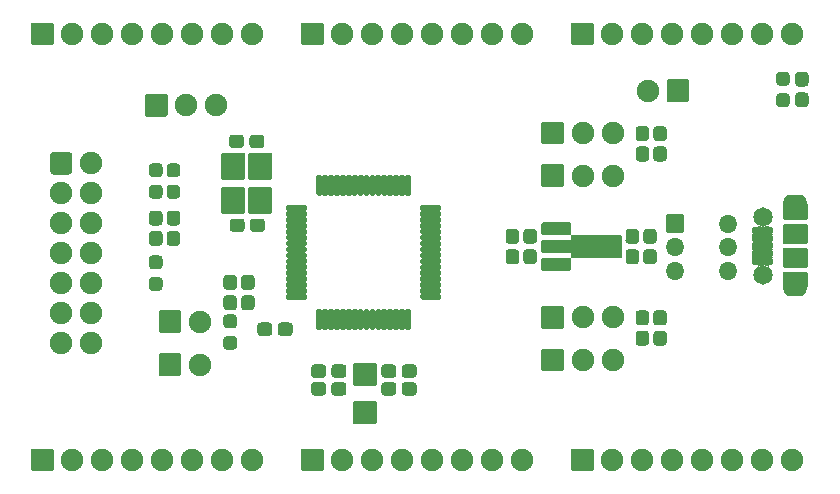
<source format=gts>
G04 #@! TF.GenerationSoftware,KiCad,Pcbnew,(5.1.10)-1*
G04 #@! TF.CreationDate,2021-08-01T20:36:26+02:00*
G04 #@! TF.ProjectId,Msp-Board,4d73702d-426f-4617-9264-2e6b69636164,rev?*
G04 #@! TF.SameCoordinates,Original*
G04 #@! TF.FileFunction,Soldermask,Top*
G04 #@! TF.FilePolarity,Negative*
%FSLAX46Y46*%
G04 Gerber Fmt 4.6, Leading zero omitted, Abs format (unit mm)*
G04 Created by KiCad (PCBNEW (5.1.10)-1) date 2021-08-01 20:36:26*
%MOMM*%
%LPD*%
G01*
G04 APERTURE LIST*
%ADD10O,1.550000X1.550000*%
%ADD11O,1.900000X1.900000*%
%ADD12C,1.650000*%
%ADD13O,2.100000X1.400000*%
%ADD14C,0.100000*%
%ADD15C,1.900000*%
G04 APERTURE END LIST*
G36*
G01*
X129350000Y-95050000D02*
X131150000Y-95050000D01*
G75*
G02*
X131250000Y-95150000I0J-100000D01*
G01*
X131250000Y-97250000D01*
G75*
G02*
X131150000Y-97350000I-100000J0D01*
G01*
X129350000Y-97350000D01*
G75*
G02*
X129250000Y-97250000I0J100000D01*
G01*
X129250000Y-95150000D01*
G75*
G02*
X129350000Y-95050000I100000J0D01*
G01*
G37*
G36*
G01*
X129350000Y-97950000D02*
X131150000Y-97950000D01*
G75*
G02*
X131250000Y-98050000I0J-100000D01*
G01*
X131250000Y-100150000D01*
G75*
G02*
X131150000Y-100250000I-100000J0D01*
G01*
X129350000Y-100250000D01*
G75*
G02*
X129250000Y-100150000I0J100000D01*
G01*
X129250000Y-98050000D01*
G75*
G02*
X129350000Y-97950000I100000J0D01*
G01*
G37*
G36*
G01*
X127050000Y-97950000D02*
X128850000Y-97950000D01*
G75*
G02*
X128950000Y-98050000I0J-100000D01*
G01*
X128950000Y-100150000D01*
G75*
G02*
X128850000Y-100250000I-100000J0D01*
G01*
X127050000Y-100250000D01*
G75*
G02*
X126950000Y-100150000I0J100000D01*
G01*
X126950000Y-98050000D01*
G75*
G02*
X127050000Y-97950000I100000J0D01*
G01*
G37*
G36*
G01*
X127050000Y-95050000D02*
X128850000Y-95050000D01*
G75*
G02*
X128950000Y-95150000I0J-100000D01*
G01*
X128950000Y-97250000D01*
G75*
G02*
X128850000Y-97350000I-100000J0D01*
G01*
X127050000Y-97350000D01*
G75*
G02*
X126950000Y-97250000I0J100000D01*
G01*
X126950000Y-95150000D01*
G75*
G02*
X127050000Y-95050000I100000J0D01*
G01*
G37*
D10*
X169850000Y-105050000D03*
X169850000Y-103050000D03*
X169850000Y-101050000D03*
G36*
G01*
X164575000Y-101725000D02*
X164575000Y-100375000D01*
G75*
G02*
X164675000Y-100275000I100000J0D01*
G01*
X166025000Y-100275000D01*
G75*
G02*
X166125000Y-100375000I0J-100000D01*
G01*
X166125000Y-101725000D01*
G75*
G02*
X166025000Y-101825000I-100000J0D01*
G01*
X164675000Y-101825000D01*
G75*
G02*
X164575000Y-101725000I0J100000D01*
G01*
G37*
X165350000Y-103050000D03*
X165350000Y-105050000D03*
D11*
X125140000Y-113000000D03*
G36*
G01*
X123450000Y-113950000D02*
X121750000Y-113950000D01*
G75*
G02*
X121650000Y-113850000I0J100000D01*
G01*
X121650000Y-112150000D01*
G75*
G02*
X121750000Y-112050000I100000J0D01*
G01*
X123450000Y-112050000D01*
G75*
G02*
X123550000Y-112150000I0J-100000D01*
G01*
X123550000Y-113850000D01*
G75*
G02*
X123450000Y-113950000I-100000J0D01*
G01*
G37*
X125140000Y-109350000D03*
G36*
G01*
X123450000Y-110300000D02*
X121750000Y-110300000D01*
G75*
G02*
X121650000Y-110200000I0J100000D01*
G01*
X121650000Y-108500000D01*
G75*
G02*
X121750000Y-108400000I100000J0D01*
G01*
X123450000Y-108400000D01*
G75*
G02*
X123550000Y-108500000I0J-100000D01*
G01*
X123550000Y-110200000D01*
G75*
G02*
X123450000Y-110300000I-100000J0D01*
G01*
G37*
G36*
G01*
X142225000Y-115337500D02*
X142225000Y-114762500D01*
G75*
G02*
X142512500Y-114475000I287500J0D01*
G01*
X143212500Y-114475000D01*
G75*
G02*
X143500000Y-114762500I0J-287500D01*
G01*
X143500000Y-115337500D01*
G75*
G02*
X143212500Y-115625000I-287500J0D01*
G01*
X142512500Y-115625000D01*
G75*
G02*
X142225000Y-115337500I0J287500D01*
G01*
G37*
G36*
G01*
X140500000Y-115337500D02*
X140500000Y-114762500D01*
G75*
G02*
X140787500Y-114475000I287500J0D01*
G01*
X141487500Y-114475000D01*
G75*
G02*
X141775000Y-114762500I0J-287500D01*
G01*
X141775000Y-115337500D01*
G75*
G02*
X141487500Y-115625000I-287500J0D01*
G01*
X140787500Y-115625000D01*
G75*
G02*
X140500000Y-115337500I0J287500D01*
G01*
G37*
G36*
G01*
X135825000Y-113262500D02*
X135825000Y-113837500D01*
G75*
G02*
X135537500Y-114125000I-287500J0D01*
G01*
X134837500Y-114125000D01*
G75*
G02*
X134550000Y-113837500I0J287500D01*
G01*
X134550000Y-113262500D01*
G75*
G02*
X134837500Y-112975000I287500J0D01*
G01*
X135537500Y-112975000D01*
G75*
G02*
X135825000Y-113262500I0J-287500D01*
G01*
G37*
G36*
G01*
X137550000Y-113262500D02*
X137550000Y-113837500D01*
G75*
G02*
X137262500Y-114125000I-287500J0D01*
G01*
X136562500Y-114125000D01*
G75*
G02*
X136275000Y-113837500I0J287500D01*
G01*
X136275000Y-113262500D01*
G75*
G02*
X136562500Y-112975000I287500J0D01*
G01*
X137262500Y-112975000D01*
G75*
G02*
X137550000Y-113262500I0J-287500D01*
G01*
G37*
G36*
G01*
X135825000Y-114762500D02*
X135825000Y-115337500D01*
G75*
G02*
X135537500Y-115625000I-287500J0D01*
G01*
X134837500Y-115625000D01*
G75*
G02*
X134550000Y-115337500I0J287500D01*
G01*
X134550000Y-114762500D01*
G75*
G02*
X134837500Y-114475000I287500J0D01*
G01*
X135537500Y-114475000D01*
G75*
G02*
X135825000Y-114762500I0J-287500D01*
G01*
G37*
G36*
G01*
X137550000Y-114762500D02*
X137550000Y-115337500D01*
G75*
G02*
X137262500Y-115625000I-287500J0D01*
G01*
X136562500Y-115625000D01*
G75*
G02*
X136275000Y-115337500I0J287500D01*
G01*
X136275000Y-114762500D01*
G75*
G02*
X136562500Y-114475000I287500J0D01*
G01*
X137262500Y-114475000D01*
G75*
G02*
X137550000Y-114762500I0J-287500D01*
G01*
G37*
G36*
G01*
X176497500Y-102800000D02*
X174597500Y-102800000D01*
G75*
G02*
X174497500Y-102700000I0J100000D01*
G01*
X174497500Y-101200000D01*
G75*
G02*
X174597500Y-101100000I100000J0D01*
G01*
X176497500Y-101100000D01*
G75*
G02*
X176597500Y-101200000I0J-100000D01*
G01*
X176597500Y-102700000D01*
G75*
G02*
X176497500Y-102800000I-100000J0D01*
G01*
G37*
D12*
X172847500Y-105400000D03*
G36*
G01*
X173535000Y-103900000D02*
X171985000Y-103900000D01*
G75*
G02*
X171885000Y-103800000I0J100000D01*
G01*
X171885000Y-103400000D01*
G75*
G02*
X171985000Y-103300000I100000J0D01*
G01*
X173535000Y-103300000D01*
G75*
G02*
X173635000Y-103400000I0J-100000D01*
G01*
X173635000Y-103800000D01*
G75*
G02*
X173535000Y-103900000I-100000J0D01*
G01*
G37*
G36*
G01*
X173535000Y-104550000D02*
X171985000Y-104550000D01*
G75*
G02*
X171885000Y-104450000I0J100000D01*
G01*
X171885000Y-104050000D01*
G75*
G02*
X171985000Y-103950000I100000J0D01*
G01*
X173535000Y-103950000D01*
G75*
G02*
X173635000Y-104050000I0J-100000D01*
G01*
X173635000Y-104450000D01*
G75*
G02*
X173535000Y-104550000I-100000J0D01*
G01*
G37*
G36*
G01*
X173535000Y-101950000D02*
X171985000Y-101950000D01*
G75*
G02*
X171885000Y-101850000I0J100000D01*
G01*
X171885000Y-101450000D01*
G75*
G02*
X171985000Y-101350000I100000J0D01*
G01*
X173535000Y-101350000D01*
G75*
G02*
X173635000Y-101450000I0J-100000D01*
G01*
X173635000Y-101850000D01*
G75*
G02*
X173535000Y-101950000I-100000J0D01*
G01*
G37*
G36*
G01*
X173535000Y-102600000D02*
X171985000Y-102600000D01*
G75*
G02*
X171885000Y-102500000I0J100000D01*
G01*
X171885000Y-102100000D01*
G75*
G02*
X171985000Y-102000000I100000J0D01*
G01*
X173535000Y-102000000D01*
G75*
G02*
X173635000Y-102100000I0J-100000D01*
G01*
X173635000Y-102500000D01*
G75*
G02*
X173535000Y-102600000I-100000J0D01*
G01*
G37*
G36*
G01*
X173535000Y-103250000D02*
X171985000Y-103250000D01*
G75*
G02*
X171885000Y-103150000I0J100000D01*
G01*
X171885000Y-102750000D01*
G75*
G02*
X171985000Y-102650000I100000J0D01*
G01*
X173535000Y-102650000D01*
G75*
G02*
X173635000Y-102750000I0J-100000D01*
G01*
X173635000Y-103150000D01*
G75*
G02*
X173535000Y-103250000I-100000J0D01*
G01*
G37*
X172847500Y-100500000D03*
G36*
G01*
X176497500Y-104800000D02*
X174597500Y-104800000D01*
G75*
G02*
X174497500Y-104700000I0J100000D01*
G01*
X174497500Y-103200000D01*
G75*
G02*
X174597500Y-103100000I100000J0D01*
G01*
X176497500Y-103100000D01*
G75*
G02*
X176597500Y-103200000I0J-100000D01*
G01*
X176597500Y-104700000D01*
G75*
G02*
X176497500Y-104800000I-100000J0D01*
G01*
G37*
D13*
X175547500Y-106550000D03*
X175547500Y-99350000D03*
G36*
G01*
X176497500Y-100750000D02*
X174597500Y-100750000D01*
G75*
G02*
X174497500Y-100650000I0J100000D01*
G01*
X174497500Y-99450000D01*
G75*
G02*
X174597500Y-99350000I100000J0D01*
G01*
X176497500Y-99350000D01*
G75*
G02*
X176597500Y-99450000I0J-100000D01*
G01*
X176597500Y-100650000D01*
G75*
G02*
X176497500Y-100750000I-100000J0D01*
G01*
G37*
G36*
G01*
X176497500Y-106550000D02*
X174597500Y-106550000D01*
G75*
G02*
X174497500Y-106450000I0J100000D01*
G01*
X174497500Y-105250000D01*
G75*
G02*
X174597500Y-105150000I100000J0D01*
G01*
X176497500Y-105150000D01*
G75*
G02*
X176597500Y-105250000I0J-100000D01*
G01*
X176597500Y-106450000D01*
G75*
G02*
X176497500Y-106550000I-100000J0D01*
G01*
G37*
G36*
G01*
X174212500Y-90025000D02*
X174787500Y-90025000D01*
G75*
G02*
X175075000Y-90312500I0J-287500D01*
G01*
X175075000Y-90912500D01*
G75*
G02*
X174787500Y-91200000I-287500J0D01*
G01*
X174212500Y-91200000D01*
G75*
G02*
X173925000Y-90912500I0J287500D01*
G01*
X173925000Y-90312500D01*
G75*
G02*
X174212500Y-90025000I287500J0D01*
G01*
G37*
G36*
G01*
X174212500Y-88200000D02*
X174787500Y-88200000D01*
G75*
G02*
X175075000Y-88487500I0J-287500D01*
G01*
X175075000Y-89087500D01*
G75*
G02*
X174787500Y-89375000I-287500J0D01*
G01*
X174212500Y-89375000D01*
G75*
G02*
X173925000Y-89087500I0J287500D01*
G01*
X173925000Y-88487500D01*
G75*
G02*
X174212500Y-88200000I287500J0D01*
G01*
G37*
D11*
X163060000Y-89800000D03*
G36*
G01*
X164750000Y-88850000D02*
X166450000Y-88850000D01*
G75*
G02*
X166550000Y-88950000I0J-100000D01*
G01*
X166550000Y-90650000D01*
G75*
G02*
X166450000Y-90750000I-100000J0D01*
G01*
X164750000Y-90750000D01*
G75*
G02*
X164650000Y-90650000I0J100000D01*
G01*
X164650000Y-88950000D01*
G75*
G02*
X164750000Y-88850000I100000J0D01*
G01*
G37*
G36*
G01*
X175812500Y-89950000D02*
X176387500Y-89950000D01*
G75*
G02*
X176675000Y-90237500I0J-287500D01*
G01*
X176675000Y-90912500D01*
G75*
G02*
X176387500Y-91200000I-287500J0D01*
G01*
X175812500Y-91200000D01*
G75*
G02*
X175525000Y-90912500I0J287500D01*
G01*
X175525000Y-90237500D01*
G75*
G02*
X175812500Y-89950000I287500J0D01*
G01*
G37*
G36*
G01*
X175812500Y-88200000D02*
X176387500Y-88200000D01*
G75*
G02*
X176675000Y-88487500I0J-287500D01*
G01*
X176675000Y-89162500D01*
G75*
G02*
X176387500Y-89450000I-287500J0D01*
G01*
X175812500Y-89450000D01*
G75*
G02*
X175525000Y-89162500I0J287500D01*
G01*
X175525000Y-88487500D01*
G75*
G02*
X175812500Y-88200000I287500J0D01*
G01*
G37*
X160080000Y-109000000D03*
X157540000Y-109000000D03*
G36*
G01*
X155850000Y-109950000D02*
X154150000Y-109950000D01*
G75*
G02*
X154050000Y-109850000I0J100000D01*
G01*
X154050000Y-108150000D01*
G75*
G02*
X154150000Y-108050000I100000J0D01*
G01*
X155850000Y-108050000D01*
G75*
G02*
X155950000Y-108150000I0J-100000D01*
G01*
X155950000Y-109850000D01*
G75*
G02*
X155850000Y-109950000I-100000J0D01*
G01*
G37*
G36*
G01*
X162312500Y-94525000D02*
X162887500Y-94525000D01*
G75*
G02*
X163175000Y-94812500I0J-287500D01*
G01*
X163175000Y-95512500D01*
G75*
G02*
X162887500Y-95800000I-287500J0D01*
G01*
X162312500Y-95800000D01*
G75*
G02*
X162025000Y-95512500I0J287500D01*
G01*
X162025000Y-94812500D01*
G75*
G02*
X162312500Y-94525000I287500J0D01*
G01*
G37*
G36*
G01*
X162312500Y-92800000D02*
X162887500Y-92800000D01*
G75*
G02*
X163175000Y-93087500I0J-287500D01*
G01*
X163175000Y-93787500D01*
G75*
G02*
X162887500Y-94075000I-287500J0D01*
G01*
X162312500Y-94075000D01*
G75*
G02*
X162025000Y-93787500I0J287500D01*
G01*
X162025000Y-93087500D01*
G75*
G02*
X162312500Y-92800000I287500J0D01*
G01*
G37*
G36*
G01*
X162312500Y-110125000D02*
X162887500Y-110125000D01*
G75*
G02*
X163175000Y-110412500I0J-287500D01*
G01*
X163175000Y-111112500D01*
G75*
G02*
X162887500Y-111400000I-287500J0D01*
G01*
X162312500Y-111400000D01*
G75*
G02*
X162025000Y-111112500I0J287500D01*
G01*
X162025000Y-110412500D01*
G75*
G02*
X162312500Y-110125000I287500J0D01*
G01*
G37*
G36*
G01*
X162312500Y-108400000D02*
X162887500Y-108400000D01*
G75*
G02*
X163175000Y-108687500I0J-287500D01*
G01*
X163175000Y-109387500D01*
G75*
G02*
X162887500Y-109675000I-287500J0D01*
G01*
X162312500Y-109675000D01*
G75*
G02*
X162025000Y-109387500I0J287500D01*
G01*
X162025000Y-108687500D01*
G75*
G02*
X162312500Y-108400000I287500J0D01*
G01*
G37*
G36*
G01*
X163812500Y-94525000D02*
X164387500Y-94525000D01*
G75*
G02*
X164675000Y-94812500I0J-287500D01*
G01*
X164675000Y-95512500D01*
G75*
G02*
X164387500Y-95800000I-287500J0D01*
G01*
X163812500Y-95800000D01*
G75*
G02*
X163525000Y-95512500I0J287500D01*
G01*
X163525000Y-94812500D01*
G75*
G02*
X163812500Y-94525000I287500J0D01*
G01*
G37*
G36*
G01*
X163812500Y-92800000D02*
X164387500Y-92800000D01*
G75*
G02*
X164675000Y-93087500I0J-287500D01*
G01*
X164675000Y-93787500D01*
G75*
G02*
X164387500Y-94075000I-287500J0D01*
G01*
X163812500Y-94075000D01*
G75*
G02*
X163525000Y-93787500I0J287500D01*
G01*
X163525000Y-93087500D01*
G75*
G02*
X163812500Y-92800000I287500J0D01*
G01*
G37*
G36*
G01*
X163812500Y-110125000D02*
X164387500Y-110125000D01*
G75*
G02*
X164675000Y-110412500I0J-287500D01*
G01*
X164675000Y-111112500D01*
G75*
G02*
X164387500Y-111400000I-287500J0D01*
G01*
X163812500Y-111400000D01*
G75*
G02*
X163525000Y-111112500I0J287500D01*
G01*
X163525000Y-110412500D01*
G75*
G02*
X163812500Y-110125000I287500J0D01*
G01*
G37*
G36*
G01*
X163812500Y-108400000D02*
X164387500Y-108400000D01*
G75*
G02*
X164675000Y-108687500I0J-287500D01*
G01*
X164675000Y-109387500D01*
G75*
G02*
X164387500Y-109675000I-287500J0D01*
G01*
X163812500Y-109675000D01*
G75*
G02*
X163525000Y-109387500I0J287500D01*
G01*
X163525000Y-108687500D01*
G75*
G02*
X163812500Y-108400000I287500J0D01*
G01*
G37*
X160080000Y-112600000D03*
X157540000Y-112600000D03*
G36*
G01*
X155850000Y-113550000D02*
X154150000Y-113550000D01*
G75*
G02*
X154050000Y-113450000I0J100000D01*
G01*
X154050000Y-111750000D01*
G75*
G02*
X154150000Y-111650000I100000J0D01*
G01*
X155850000Y-111650000D01*
G75*
G02*
X155950000Y-111750000I0J-100000D01*
G01*
X155950000Y-113450000D01*
G75*
G02*
X155850000Y-113550000I-100000J0D01*
G01*
G37*
X160080000Y-97000000D03*
X157540000Y-97000000D03*
G36*
G01*
X155850000Y-97950000D02*
X154150000Y-97950000D01*
G75*
G02*
X154050000Y-97850000I0J100000D01*
G01*
X154050000Y-96150000D01*
G75*
G02*
X154150000Y-96050000I100000J0D01*
G01*
X155850000Y-96050000D01*
G75*
G02*
X155950000Y-96150000I0J-100000D01*
G01*
X155950000Y-97850000D01*
G75*
G02*
X155850000Y-97950000I-100000J0D01*
G01*
G37*
X160080000Y-93400000D03*
X157540000Y-93400000D03*
G36*
G01*
X155850000Y-94350000D02*
X154150000Y-94350000D01*
G75*
G02*
X154050000Y-94250000I0J100000D01*
G01*
X154050000Y-92550000D01*
G75*
G02*
X154150000Y-92450000I100000J0D01*
G01*
X155850000Y-92450000D01*
G75*
G02*
X155950000Y-92550000I0J-100000D01*
G01*
X155950000Y-94250000D01*
G75*
G02*
X155850000Y-94350000I-100000J0D01*
G01*
G37*
D14*
G36*
X160782009Y-102035421D02*
G01*
X160800768Y-102041112D01*
X160818057Y-102050353D01*
X160833211Y-102062789D01*
X160845647Y-102077943D01*
X160854888Y-102095232D01*
X160860579Y-102113991D01*
X160862500Y-102133500D01*
X160862500Y-103866500D01*
X160860579Y-103886009D01*
X160854888Y-103904768D01*
X160845647Y-103922057D01*
X160833211Y-103937211D01*
X160818057Y-103949647D01*
X160800768Y-103958888D01*
X160782009Y-103964579D01*
X160762500Y-103966500D01*
X156637500Y-103966500D01*
X156617991Y-103964579D01*
X156599232Y-103958888D01*
X156581943Y-103949647D01*
X156566789Y-103937211D01*
X156554353Y-103922057D01*
X156545112Y-103904768D01*
X156539421Y-103886009D01*
X156537500Y-103866500D01*
X156537500Y-103550000D01*
X154162500Y-103550000D01*
X154142991Y-103548079D01*
X154124232Y-103542388D01*
X154106943Y-103533147D01*
X154091789Y-103520711D01*
X154079353Y-103505557D01*
X154070112Y-103488268D01*
X154064421Y-103469509D01*
X154062500Y-103450000D01*
X154062500Y-102550000D01*
X154064421Y-102530491D01*
X154070112Y-102511732D01*
X154079353Y-102494443D01*
X154091789Y-102479289D01*
X154106943Y-102466853D01*
X154124232Y-102457612D01*
X154142991Y-102451921D01*
X154162500Y-102450000D01*
X156537500Y-102450000D01*
X156537500Y-102133500D01*
X156539421Y-102113991D01*
X156545112Y-102095232D01*
X156554353Y-102077943D01*
X156566789Y-102062789D01*
X156581943Y-102050353D01*
X156599232Y-102041112D01*
X156617991Y-102035421D01*
X156637500Y-102033500D01*
X160762500Y-102033500D01*
X160782009Y-102035421D01*
G37*
G36*
G01*
X154062500Y-104950000D02*
X154062500Y-104050000D01*
G75*
G02*
X154162500Y-103950000I100000J0D01*
G01*
X156462500Y-103950000D01*
G75*
G02*
X156562500Y-104050000I0J-100000D01*
G01*
X156562500Y-104950000D01*
G75*
G02*
X156462500Y-105050000I-100000J0D01*
G01*
X154162500Y-105050000D01*
G75*
G02*
X154062500Y-104950000I0J100000D01*
G01*
G37*
G36*
G01*
X154062500Y-101950000D02*
X154062500Y-101050000D01*
G75*
G02*
X154162500Y-100950000I100000J0D01*
G01*
X156462500Y-100950000D01*
G75*
G02*
X156562500Y-101050000I0J-100000D01*
G01*
X156562500Y-101950000D01*
G75*
G02*
X156462500Y-102050000I-100000J0D01*
G01*
X154162500Y-102050000D01*
G75*
G02*
X154062500Y-101950000I0J100000D01*
G01*
G37*
G36*
G01*
X127987500Y-109925000D02*
X127412500Y-109925000D01*
G75*
G02*
X127125000Y-109637500I0J287500D01*
G01*
X127125000Y-109037500D01*
G75*
G02*
X127412500Y-108750000I287500J0D01*
G01*
X127987500Y-108750000D01*
G75*
G02*
X128275000Y-109037500I0J-287500D01*
G01*
X128275000Y-109637500D01*
G75*
G02*
X127987500Y-109925000I-287500J0D01*
G01*
G37*
G36*
G01*
X127987500Y-111750000D02*
X127412500Y-111750000D01*
G75*
G02*
X127125000Y-111462500I0J287500D01*
G01*
X127125000Y-110862500D01*
G75*
G02*
X127412500Y-110575000I287500J0D01*
G01*
X127987500Y-110575000D01*
G75*
G02*
X128275000Y-110862500I0J-287500D01*
G01*
X128275000Y-111462500D01*
G75*
G02*
X127987500Y-111750000I-287500J0D01*
G01*
G37*
G36*
G01*
X142225000Y-113837500D02*
X142225000Y-113262500D01*
G75*
G02*
X142512500Y-112975000I287500J0D01*
G01*
X143212500Y-112975000D01*
G75*
G02*
X143500000Y-113262500I0J-287500D01*
G01*
X143500000Y-113837500D01*
G75*
G02*
X143212500Y-114125000I-287500J0D01*
G01*
X142512500Y-114125000D01*
G75*
G02*
X142225000Y-113837500I0J287500D01*
G01*
G37*
G36*
G01*
X140500000Y-113837500D02*
X140500000Y-113262500D01*
G75*
G02*
X140787500Y-112975000I287500J0D01*
G01*
X141487500Y-112975000D01*
G75*
G02*
X141775000Y-113262500I0J-287500D01*
G01*
X141775000Y-113837500D01*
G75*
G02*
X141487500Y-114125000I-287500J0D01*
G01*
X140787500Y-114125000D01*
G75*
G02*
X140500000Y-113837500I0J287500D01*
G01*
G37*
G36*
G01*
X127987500Y-106675000D02*
X127412500Y-106675000D01*
G75*
G02*
X127125000Y-106387500I0J287500D01*
G01*
X127125000Y-105687500D01*
G75*
G02*
X127412500Y-105400000I287500J0D01*
G01*
X127987500Y-105400000D01*
G75*
G02*
X128275000Y-105687500I0J-287500D01*
G01*
X128275000Y-106387500D01*
G75*
G02*
X127987500Y-106675000I-287500J0D01*
G01*
G37*
G36*
G01*
X127987500Y-108400000D02*
X127412500Y-108400000D01*
G75*
G02*
X127125000Y-108112500I0J287500D01*
G01*
X127125000Y-107412500D01*
G75*
G02*
X127412500Y-107125000I287500J0D01*
G01*
X127987500Y-107125000D01*
G75*
G02*
X128275000Y-107412500I0J-287500D01*
G01*
X128275000Y-108112500D01*
G75*
G02*
X127987500Y-108400000I-287500J0D01*
G01*
G37*
G36*
G01*
X153387500Y-102775000D02*
X152812500Y-102775000D01*
G75*
G02*
X152525000Y-102487500I0J287500D01*
G01*
X152525000Y-101787500D01*
G75*
G02*
X152812500Y-101500000I287500J0D01*
G01*
X153387500Y-101500000D01*
G75*
G02*
X153675000Y-101787500I0J-287500D01*
G01*
X153675000Y-102487500D01*
G75*
G02*
X153387500Y-102775000I-287500J0D01*
G01*
G37*
G36*
G01*
X153387500Y-104500000D02*
X152812500Y-104500000D01*
G75*
G02*
X152525000Y-104212500I0J287500D01*
G01*
X152525000Y-103512500D01*
G75*
G02*
X152812500Y-103225000I287500J0D01*
G01*
X153387500Y-103225000D01*
G75*
G02*
X153675000Y-103512500I0J-287500D01*
G01*
X153675000Y-104212500D01*
G75*
G02*
X153387500Y-104500000I-287500J0D01*
G01*
G37*
G36*
G01*
X151887500Y-102775000D02*
X151312500Y-102775000D01*
G75*
G02*
X151025000Y-102487500I0J287500D01*
G01*
X151025000Y-101787500D01*
G75*
G02*
X151312500Y-101500000I287500J0D01*
G01*
X151887500Y-101500000D01*
G75*
G02*
X152175000Y-101787500I0J-287500D01*
G01*
X152175000Y-102487500D01*
G75*
G02*
X151887500Y-102775000I-287500J0D01*
G01*
G37*
G36*
G01*
X151887500Y-104500000D02*
X151312500Y-104500000D01*
G75*
G02*
X151025000Y-104212500I0J287500D01*
G01*
X151025000Y-103512500D01*
G75*
G02*
X151312500Y-103225000I287500J0D01*
G01*
X151887500Y-103225000D01*
G75*
G02*
X152175000Y-103512500I0J-287500D01*
G01*
X152175000Y-104212500D01*
G75*
G02*
X151887500Y-104500000I-287500J0D01*
G01*
G37*
G36*
G01*
X162037500Y-102775000D02*
X161462500Y-102775000D01*
G75*
G02*
X161175000Y-102487500I0J287500D01*
G01*
X161175000Y-101787500D01*
G75*
G02*
X161462500Y-101500000I287500J0D01*
G01*
X162037500Y-101500000D01*
G75*
G02*
X162325000Y-101787500I0J-287500D01*
G01*
X162325000Y-102487500D01*
G75*
G02*
X162037500Y-102775000I-287500J0D01*
G01*
G37*
G36*
G01*
X162037500Y-104500000D02*
X161462500Y-104500000D01*
G75*
G02*
X161175000Y-104212500I0J287500D01*
G01*
X161175000Y-103512500D01*
G75*
G02*
X161462500Y-103225000I287500J0D01*
G01*
X162037500Y-103225000D01*
G75*
G02*
X162325000Y-103512500I0J-287500D01*
G01*
X162325000Y-104212500D01*
G75*
G02*
X162037500Y-104500000I-287500J0D01*
G01*
G37*
G36*
G01*
X163537500Y-102775000D02*
X162962500Y-102775000D01*
G75*
G02*
X162675000Y-102487500I0J287500D01*
G01*
X162675000Y-101787500D01*
G75*
G02*
X162962500Y-101500000I287500J0D01*
G01*
X163537500Y-101500000D01*
G75*
G02*
X163825000Y-101787500I0J-287500D01*
G01*
X163825000Y-102487500D01*
G75*
G02*
X163537500Y-102775000I-287500J0D01*
G01*
G37*
G36*
G01*
X163537500Y-104500000D02*
X162962500Y-104500000D01*
G75*
G02*
X162675000Y-104212500I0J287500D01*
G01*
X162675000Y-103512500D01*
G75*
G02*
X162962500Y-103225000I287500J0D01*
G01*
X163537500Y-103225000D01*
G75*
G02*
X163825000Y-103512500I0J-287500D01*
G01*
X163825000Y-104212500D01*
G75*
G02*
X163537500Y-104500000I-287500J0D01*
G01*
G37*
G36*
G01*
X138200000Y-116100000D02*
X140000000Y-116100000D01*
G75*
G02*
X140100000Y-116200000I0J-100000D01*
G01*
X140100000Y-117950000D01*
G75*
G02*
X140000000Y-118050000I-100000J0D01*
G01*
X138200000Y-118050000D01*
G75*
G02*
X138100000Y-117950000I0J100000D01*
G01*
X138100000Y-116200000D01*
G75*
G02*
X138200000Y-116100000I100000J0D01*
G01*
G37*
G36*
G01*
X138200000Y-112850000D02*
X140000000Y-112850000D01*
G75*
G02*
X140100000Y-112950000I0J-100000D01*
G01*
X140100000Y-114700000D01*
G75*
G02*
X140000000Y-114800000I-100000J0D01*
G01*
X138200000Y-114800000D01*
G75*
G02*
X138100000Y-114700000I0J100000D01*
G01*
X138100000Y-112950000D01*
G75*
G02*
X138200000Y-112850000I100000J0D01*
G01*
G37*
G36*
G01*
X129325000Y-94387500D02*
X129325000Y-93812500D01*
G75*
G02*
X129612500Y-93525000I287500J0D01*
G01*
X130312500Y-93525000D01*
G75*
G02*
X130600000Y-93812500I0J-287500D01*
G01*
X130600000Y-94387500D01*
G75*
G02*
X130312500Y-94675000I-287500J0D01*
G01*
X129612500Y-94675000D01*
G75*
G02*
X129325000Y-94387500I0J287500D01*
G01*
G37*
G36*
G01*
X127600000Y-94387500D02*
X127600000Y-93812500D01*
G75*
G02*
X127887500Y-93525000I287500J0D01*
G01*
X128587500Y-93525000D01*
G75*
G02*
X128875000Y-93812500I0J-287500D01*
G01*
X128875000Y-94387500D01*
G75*
G02*
X128587500Y-94675000I-287500J0D01*
G01*
X127887500Y-94675000D01*
G75*
G02*
X127600000Y-94387500I0J287500D01*
G01*
G37*
G36*
G01*
X128925000Y-100912500D02*
X128925000Y-101487500D01*
G75*
G02*
X128637500Y-101775000I-287500J0D01*
G01*
X127937500Y-101775000D01*
G75*
G02*
X127650000Y-101487500I0J287500D01*
G01*
X127650000Y-100912500D01*
G75*
G02*
X127937500Y-100625000I287500J0D01*
G01*
X128637500Y-100625000D01*
G75*
G02*
X128925000Y-100912500I0J-287500D01*
G01*
G37*
G36*
G01*
X130650000Y-100912500D02*
X130650000Y-101487500D01*
G75*
G02*
X130362500Y-101775000I-287500J0D01*
G01*
X129662500Y-101775000D01*
G75*
G02*
X129375000Y-101487500I0J287500D01*
G01*
X129375000Y-100912500D01*
G75*
G02*
X129662500Y-100625000I287500J0D01*
G01*
X130362500Y-100625000D01*
G75*
G02*
X130650000Y-100912500I0J-287500D01*
G01*
G37*
D11*
X129590000Y-121053000D03*
X127050000Y-121053000D03*
X124510000Y-121053000D03*
X121970000Y-121053000D03*
X119430000Y-121053000D03*
X116890000Y-121053000D03*
X114350000Y-121053000D03*
G36*
G01*
X112660000Y-122003000D02*
X110960000Y-122003000D01*
G75*
G02*
X110860000Y-121903000I0J100000D01*
G01*
X110860000Y-120203000D01*
G75*
G02*
X110960000Y-120103000I100000J0D01*
G01*
X112660000Y-120103000D01*
G75*
G02*
X112760000Y-120203000I0J-100000D01*
G01*
X112760000Y-121903000D01*
G75*
G02*
X112660000Y-122003000I-100000J0D01*
G01*
G37*
X129590000Y-84985000D03*
X127050000Y-84985000D03*
X124510000Y-84985000D03*
X121970000Y-84985000D03*
X119430000Y-84985000D03*
X116890000Y-84985000D03*
X114350000Y-84985000D03*
G36*
G01*
X112660000Y-85935000D02*
X110960000Y-85935000D01*
G75*
G02*
X110860000Y-85835000I0J100000D01*
G01*
X110860000Y-84135000D01*
G75*
G02*
X110960000Y-84035000I100000J0D01*
G01*
X112660000Y-84035000D01*
G75*
G02*
X112760000Y-84135000I0J-100000D01*
G01*
X112760000Y-85835000D01*
G75*
G02*
X112660000Y-85935000I-100000J0D01*
G01*
G37*
X175310000Y-84985000D03*
X172770000Y-84985000D03*
X170230000Y-84985000D03*
X167690000Y-84985000D03*
X165150000Y-84985000D03*
X162610000Y-84985000D03*
X160070000Y-84985000D03*
G36*
G01*
X158380000Y-85935000D02*
X156680000Y-85935000D01*
G75*
G02*
X156580000Y-85835000I0J100000D01*
G01*
X156580000Y-84135000D01*
G75*
G02*
X156680000Y-84035000I100000J0D01*
G01*
X158380000Y-84035000D01*
G75*
G02*
X158480000Y-84135000I0J-100000D01*
G01*
X158480000Y-85835000D01*
G75*
G02*
X158380000Y-85935000I-100000J0D01*
G01*
G37*
X152450000Y-84985000D03*
X149910000Y-84985000D03*
X147370000Y-84985000D03*
X144830000Y-84985000D03*
X142290000Y-84985000D03*
X139750000Y-84985000D03*
X137210000Y-84985000D03*
G36*
G01*
X135520000Y-85935000D02*
X133820000Y-85935000D01*
G75*
G02*
X133720000Y-85835000I0J100000D01*
G01*
X133720000Y-84135000D01*
G75*
G02*
X133820000Y-84035000I100000J0D01*
G01*
X135520000Y-84035000D01*
G75*
G02*
X135620000Y-84135000I0J-100000D01*
G01*
X135620000Y-85835000D01*
G75*
G02*
X135520000Y-85935000I-100000J0D01*
G01*
G37*
X175310000Y-121053000D03*
X172770000Y-121053000D03*
X170230000Y-121053000D03*
X167690000Y-121053000D03*
X165150000Y-121053000D03*
X162610000Y-121053000D03*
X160070000Y-121053000D03*
G36*
G01*
X158380000Y-122003000D02*
X156680000Y-122003000D01*
G75*
G02*
X156580000Y-121903000I0J100000D01*
G01*
X156580000Y-120203000D01*
G75*
G02*
X156680000Y-120103000I100000J0D01*
G01*
X158380000Y-120103000D01*
G75*
G02*
X158480000Y-120203000I0J-100000D01*
G01*
X158480000Y-121903000D01*
G75*
G02*
X158380000Y-122003000I-100000J0D01*
G01*
G37*
X152450000Y-121053000D03*
X149910000Y-121053000D03*
X147370000Y-121053000D03*
X144830000Y-121053000D03*
X142290000Y-121053000D03*
X139750000Y-121053000D03*
X137210000Y-121053000D03*
G36*
G01*
X135520000Y-122003000D02*
X133820000Y-122003000D01*
G75*
G02*
X133720000Y-121903000I0J100000D01*
G01*
X133720000Y-120203000D01*
G75*
G02*
X133820000Y-120103000I100000J0D01*
G01*
X135520000Y-120103000D01*
G75*
G02*
X135620000Y-120203000I0J-100000D01*
G01*
X135620000Y-121903000D01*
G75*
G02*
X135520000Y-122003000I-100000J0D01*
G01*
G37*
G36*
G01*
X129487500Y-106675000D02*
X128912500Y-106675000D01*
G75*
G02*
X128625000Y-106387500I0J287500D01*
G01*
X128625000Y-105687500D01*
G75*
G02*
X128912500Y-105400000I287500J0D01*
G01*
X129487500Y-105400000D01*
G75*
G02*
X129775000Y-105687500I0J-287500D01*
G01*
X129775000Y-106387500D01*
G75*
G02*
X129487500Y-106675000I-287500J0D01*
G01*
G37*
G36*
G01*
X129487500Y-108400000D02*
X128912500Y-108400000D01*
G75*
G02*
X128625000Y-108112500I0J287500D01*
G01*
X128625000Y-107412500D01*
G75*
G02*
X128912500Y-107125000I287500J0D01*
G01*
X129487500Y-107125000D01*
G75*
G02*
X129775000Y-107412500I0J-287500D01*
G01*
X129775000Y-108112500D01*
G75*
G02*
X129487500Y-108400000I-287500J0D01*
G01*
G37*
G36*
G01*
X131275000Y-109712500D02*
X131275000Y-110287500D01*
G75*
G02*
X130987500Y-110575000I-287500J0D01*
G01*
X130287500Y-110575000D01*
G75*
G02*
X130000000Y-110287500I0J287500D01*
G01*
X130000000Y-109712500D01*
G75*
G02*
X130287500Y-109425000I287500J0D01*
G01*
X130987500Y-109425000D01*
G75*
G02*
X131275000Y-109712500I0J-287500D01*
G01*
G37*
G36*
G01*
X133000000Y-109712500D02*
X133000000Y-110287500D01*
G75*
G02*
X132712500Y-110575000I-287500J0D01*
G01*
X132012500Y-110575000D01*
G75*
G02*
X131725000Y-110287500I0J287500D01*
G01*
X131725000Y-109712500D01*
G75*
G02*
X132012500Y-109425000I287500J0D01*
G01*
X132712500Y-109425000D01*
G75*
G02*
X133000000Y-109712500I0J-287500D01*
G01*
G37*
G36*
G01*
X134075000Y-107500000D02*
X132575000Y-107500000D01*
G75*
G02*
X132450000Y-107375000I0J125000D01*
G01*
X132450000Y-107125000D01*
G75*
G02*
X132575000Y-107000000I125000J0D01*
G01*
X134075000Y-107000000D01*
G75*
G02*
X134200000Y-107125000I0J-125000D01*
G01*
X134200000Y-107375000D01*
G75*
G02*
X134075000Y-107500000I-125000J0D01*
G01*
G37*
G36*
G01*
X134075000Y-107000000D02*
X132575000Y-107000000D01*
G75*
G02*
X132450000Y-106875000I0J125000D01*
G01*
X132450000Y-106625000D01*
G75*
G02*
X132575000Y-106500000I125000J0D01*
G01*
X134075000Y-106500000D01*
G75*
G02*
X134200000Y-106625000I0J-125000D01*
G01*
X134200000Y-106875000D01*
G75*
G02*
X134075000Y-107000000I-125000J0D01*
G01*
G37*
G36*
G01*
X134075000Y-106500000D02*
X132575000Y-106500000D01*
G75*
G02*
X132450000Y-106375000I0J125000D01*
G01*
X132450000Y-106125000D01*
G75*
G02*
X132575000Y-106000000I125000J0D01*
G01*
X134075000Y-106000000D01*
G75*
G02*
X134200000Y-106125000I0J-125000D01*
G01*
X134200000Y-106375000D01*
G75*
G02*
X134075000Y-106500000I-125000J0D01*
G01*
G37*
G36*
G01*
X134075000Y-106000000D02*
X132575000Y-106000000D01*
G75*
G02*
X132450000Y-105875000I0J125000D01*
G01*
X132450000Y-105625000D01*
G75*
G02*
X132575000Y-105500000I125000J0D01*
G01*
X134075000Y-105500000D01*
G75*
G02*
X134200000Y-105625000I0J-125000D01*
G01*
X134200000Y-105875000D01*
G75*
G02*
X134075000Y-106000000I-125000J0D01*
G01*
G37*
G36*
G01*
X134075000Y-105500000D02*
X132575000Y-105500000D01*
G75*
G02*
X132450000Y-105375000I0J125000D01*
G01*
X132450000Y-105125000D01*
G75*
G02*
X132575000Y-105000000I125000J0D01*
G01*
X134075000Y-105000000D01*
G75*
G02*
X134200000Y-105125000I0J-125000D01*
G01*
X134200000Y-105375000D01*
G75*
G02*
X134075000Y-105500000I-125000J0D01*
G01*
G37*
G36*
G01*
X134075000Y-105000000D02*
X132575000Y-105000000D01*
G75*
G02*
X132450000Y-104875000I0J125000D01*
G01*
X132450000Y-104625000D01*
G75*
G02*
X132575000Y-104500000I125000J0D01*
G01*
X134075000Y-104500000D01*
G75*
G02*
X134200000Y-104625000I0J-125000D01*
G01*
X134200000Y-104875000D01*
G75*
G02*
X134075000Y-105000000I-125000J0D01*
G01*
G37*
G36*
G01*
X134075000Y-104500000D02*
X132575000Y-104500000D01*
G75*
G02*
X132450000Y-104375000I0J125000D01*
G01*
X132450000Y-104125000D01*
G75*
G02*
X132575000Y-104000000I125000J0D01*
G01*
X134075000Y-104000000D01*
G75*
G02*
X134200000Y-104125000I0J-125000D01*
G01*
X134200000Y-104375000D01*
G75*
G02*
X134075000Y-104500000I-125000J0D01*
G01*
G37*
G36*
G01*
X134075000Y-104000000D02*
X132575000Y-104000000D01*
G75*
G02*
X132450000Y-103875000I0J125000D01*
G01*
X132450000Y-103625000D01*
G75*
G02*
X132575000Y-103500000I125000J0D01*
G01*
X134075000Y-103500000D01*
G75*
G02*
X134200000Y-103625000I0J-125000D01*
G01*
X134200000Y-103875000D01*
G75*
G02*
X134075000Y-104000000I-125000J0D01*
G01*
G37*
G36*
G01*
X134075000Y-103500000D02*
X132575000Y-103500000D01*
G75*
G02*
X132450000Y-103375000I0J125000D01*
G01*
X132450000Y-103125000D01*
G75*
G02*
X132575000Y-103000000I125000J0D01*
G01*
X134075000Y-103000000D01*
G75*
G02*
X134200000Y-103125000I0J-125000D01*
G01*
X134200000Y-103375000D01*
G75*
G02*
X134075000Y-103500000I-125000J0D01*
G01*
G37*
G36*
G01*
X134075000Y-103000000D02*
X132575000Y-103000000D01*
G75*
G02*
X132450000Y-102875000I0J125000D01*
G01*
X132450000Y-102625000D01*
G75*
G02*
X132575000Y-102500000I125000J0D01*
G01*
X134075000Y-102500000D01*
G75*
G02*
X134200000Y-102625000I0J-125000D01*
G01*
X134200000Y-102875000D01*
G75*
G02*
X134075000Y-103000000I-125000J0D01*
G01*
G37*
G36*
G01*
X134075000Y-102500000D02*
X132575000Y-102500000D01*
G75*
G02*
X132450000Y-102375000I0J125000D01*
G01*
X132450000Y-102125000D01*
G75*
G02*
X132575000Y-102000000I125000J0D01*
G01*
X134075000Y-102000000D01*
G75*
G02*
X134200000Y-102125000I0J-125000D01*
G01*
X134200000Y-102375000D01*
G75*
G02*
X134075000Y-102500000I-125000J0D01*
G01*
G37*
G36*
G01*
X134075000Y-102000000D02*
X132575000Y-102000000D01*
G75*
G02*
X132450000Y-101875000I0J125000D01*
G01*
X132450000Y-101625000D01*
G75*
G02*
X132575000Y-101500000I125000J0D01*
G01*
X134075000Y-101500000D01*
G75*
G02*
X134200000Y-101625000I0J-125000D01*
G01*
X134200000Y-101875000D01*
G75*
G02*
X134075000Y-102000000I-125000J0D01*
G01*
G37*
G36*
G01*
X134075000Y-101500000D02*
X132575000Y-101500000D01*
G75*
G02*
X132450000Y-101375000I0J125000D01*
G01*
X132450000Y-101125000D01*
G75*
G02*
X132575000Y-101000000I125000J0D01*
G01*
X134075000Y-101000000D01*
G75*
G02*
X134200000Y-101125000I0J-125000D01*
G01*
X134200000Y-101375000D01*
G75*
G02*
X134075000Y-101500000I-125000J0D01*
G01*
G37*
G36*
G01*
X134075000Y-101000000D02*
X132575000Y-101000000D01*
G75*
G02*
X132450000Y-100875000I0J125000D01*
G01*
X132450000Y-100625000D01*
G75*
G02*
X132575000Y-100500000I125000J0D01*
G01*
X134075000Y-100500000D01*
G75*
G02*
X134200000Y-100625000I0J-125000D01*
G01*
X134200000Y-100875000D01*
G75*
G02*
X134075000Y-101000000I-125000J0D01*
G01*
G37*
G36*
G01*
X134075000Y-100500000D02*
X132575000Y-100500000D01*
G75*
G02*
X132450000Y-100375000I0J125000D01*
G01*
X132450000Y-100125000D01*
G75*
G02*
X132575000Y-100000000I125000J0D01*
G01*
X134075000Y-100000000D01*
G75*
G02*
X134200000Y-100125000I0J-125000D01*
G01*
X134200000Y-100375000D01*
G75*
G02*
X134075000Y-100500000I-125000J0D01*
G01*
G37*
G36*
G01*
X134075000Y-100000000D02*
X132575000Y-100000000D01*
G75*
G02*
X132450000Y-99875000I0J125000D01*
G01*
X132450000Y-99625000D01*
G75*
G02*
X132575000Y-99500000I125000J0D01*
G01*
X134075000Y-99500000D01*
G75*
G02*
X134200000Y-99625000I0J-125000D01*
G01*
X134200000Y-99875000D01*
G75*
G02*
X134075000Y-100000000I-125000J0D01*
G01*
G37*
G36*
G01*
X135375000Y-98700000D02*
X135125000Y-98700000D01*
G75*
G02*
X135000000Y-98575000I0J125000D01*
G01*
X135000000Y-97075000D01*
G75*
G02*
X135125000Y-96950000I125000J0D01*
G01*
X135375000Y-96950000D01*
G75*
G02*
X135500000Y-97075000I0J-125000D01*
G01*
X135500000Y-98575000D01*
G75*
G02*
X135375000Y-98700000I-125000J0D01*
G01*
G37*
G36*
G01*
X135875000Y-98700000D02*
X135625000Y-98700000D01*
G75*
G02*
X135500000Y-98575000I0J125000D01*
G01*
X135500000Y-97075000D01*
G75*
G02*
X135625000Y-96950000I125000J0D01*
G01*
X135875000Y-96950000D01*
G75*
G02*
X136000000Y-97075000I0J-125000D01*
G01*
X136000000Y-98575000D01*
G75*
G02*
X135875000Y-98700000I-125000J0D01*
G01*
G37*
G36*
G01*
X136375000Y-98700000D02*
X136125000Y-98700000D01*
G75*
G02*
X136000000Y-98575000I0J125000D01*
G01*
X136000000Y-97075000D01*
G75*
G02*
X136125000Y-96950000I125000J0D01*
G01*
X136375000Y-96950000D01*
G75*
G02*
X136500000Y-97075000I0J-125000D01*
G01*
X136500000Y-98575000D01*
G75*
G02*
X136375000Y-98700000I-125000J0D01*
G01*
G37*
G36*
G01*
X136875000Y-98700000D02*
X136625000Y-98700000D01*
G75*
G02*
X136500000Y-98575000I0J125000D01*
G01*
X136500000Y-97075000D01*
G75*
G02*
X136625000Y-96950000I125000J0D01*
G01*
X136875000Y-96950000D01*
G75*
G02*
X137000000Y-97075000I0J-125000D01*
G01*
X137000000Y-98575000D01*
G75*
G02*
X136875000Y-98700000I-125000J0D01*
G01*
G37*
G36*
G01*
X137375000Y-98700000D02*
X137125000Y-98700000D01*
G75*
G02*
X137000000Y-98575000I0J125000D01*
G01*
X137000000Y-97075000D01*
G75*
G02*
X137125000Y-96950000I125000J0D01*
G01*
X137375000Y-96950000D01*
G75*
G02*
X137500000Y-97075000I0J-125000D01*
G01*
X137500000Y-98575000D01*
G75*
G02*
X137375000Y-98700000I-125000J0D01*
G01*
G37*
G36*
G01*
X137875000Y-98700000D02*
X137625000Y-98700000D01*
G75*
G02*
X137500000Y-98575000I0J125000D01*
G01*
X137500000Y-97075000D01*
G75*
G02*
X137625000Y-96950000I125000J0D01*
G01*
X137875000Y-96950000D01*
G75*
G02*
X138000000Y-97075000I0J-125000D01*
G01*
X138000000Y-98575000D01*
G75*
G02*
X137875000Y-98700000I-125000J0D01*
G01*
G37*
G36*
G01*
X138375000Y-98700000D02*
X138125000Y-98700000D01*
G75*
G02*
X138000000Y-98575000I0J125000D01*
G01*
X138000000Y-97075000D01*
G75*
G02*
X138125000Y-96950000I125000J0D01*
G01*
X138375000Y-96950000D01*
G75*
G02*
X138500000Y-97075000I0J-125000D01*
G01*
X138500000Y-98575000D01*
G75*
G02*
X138375000Y-98700000I-125000J0D01*
G01*
G37*
G36*
G01*
X138875000Y-98700000D02*
X138625000Y-98700000D01*
G75*
G02*
X138500000Y-98575000I0J125000D01*
G01*
X138500000Y-97075000D01*
G75*
G02*
X138625000Y-96950000I125000J0D01*
G01*
X138875000Y-96950000D01*
G75*
G02*
X139000000Y-97075000I0J-125000D01*
G01*
X139000000Y-98575000D01*
G75*
G02*
X138875000Y-98700000I-125000J0D01*
G01*
G37*
G36*
G01*
X139375000Y-98700000D02*
X139125000Y-98700000D01*
G75*
G02*
X139000000Y-98575000I0J125000D01*
G01*
X139000000Y-97075000D01*
G75*
G02*
X139125000Y-96950000I125000J0D01*
G01*
X139375000Y-96950000D01*
G75*
G02*
X139500000Y-97075000I0J-125000D01*
G01*
X139500000Y-98575000D01*
G75*
G02*
X139375000Y-98700000I-125000J0D01*
G01*
G37*
G36*
G01*
X139875000Y-98700000D02*
X139625000Y-98700000D01*
G75*
G02*
X139500000Y-98575000I0J125000D01*
G01*
X139500000Y-97075000D01*
G75*
G02*
X139625000Y-96950000I125000J0D01*
G01*
X139875000Y-96950000D01*
G75*
G02*
X140000000Y-97075000I0J-125000D01*
G01*
X140000000Y-98575000D01*
G75*
G02*
X139875000Y-98700000I-125000J0D01*
G01*
G37*
G36*
G01*
X140375000Y-98700000D02*
X140125000Y-98700000D01*
G75*
G02*
X140000000Y-98575000I0J125000D01*
G01*
X140000000Y-97075000D01*
G75*
G02*
X140125000Y-96950000I125000J0D01*
G01*
X140375000Y-96950000D01*
G75*
G02*
X140500000Y-97075000I0J-125000D01*
G01*
X140500000Y-98575000D01*
G75*
G02*
X140375000Y-98700000I-125000J0D01*
G01*
G37*
G36*
G01*
X140875000Y-98700000D02*
X140625000Y-98700000D01*
G75*
G02*
X140500000Y-98575000I0J125000D01*
G01*
X140500000Y-97075000D01*
G75*
G02*
X140625000Y-96950000I125000J0D01*
G01*
X140875000Y-96950000D01*
G75*
G02*
X141000000Y-97075000I0J-125000D01*
G01*
X141000000Y-98575000D01*
G75*
G02*
X140875000Y-98700000I-125000J0D01*
G01*
G37*
G36*
G01*
X141375000Y-98700000D02*
X141125000Y-98700000D01*
G75*
G02*
X141000000Y-98575000I0J125000D01*
G01*
X141000000Y-97075000D01*
G75*
G02*
X141125000Y-96950000I125000J0D01*
G01*
X141375000Y-96950000D01*
G75*
G02*
X141500000Y-97075000I0J-125000D01*
G01*
X141500000Y-98575000D01*
G75*
G02*
X141375000Y-98700000I-125000J0D01*
G01*
G37*
G36*
G01*
X141875000Y-98700000D02*
X141625000Y-98700000D01*
G75*
G02*
X141500000Y-98575000I0J125000D01*
G01*
X141500000Y-97075000D01*
G75*
G02*
X141625000Y-96950000I125000J0D01*
G01*
X141875000Y-96950000D01*
G75*
G02*
X142000000Y-97075000I0J-125000D01*
G01*
X142000000Y-98575000D01*
G75*
G02*
X141875000Y-98700000I-125000J0D01*
G01*
G37*
G36*
G01*
X142375000Y-98700000D02*
X142125000Y-98700000D01*
G75*
G02*
X142000000Y-98575000I0J125000D01*
G01*
X142000000Y-97075000D01*
G75*
G02*
X142125000Y-96950000I125000J0D01*
G01*
X142375000Y-96950000D01*
G75*
G02*
X142500000Y-97075000I0J-125000D01*
G01*
X142500000Y-98575000D01*
G75*
G02*
X142375000Y-98700000I-125000J0D01*
G01*
G37*
G36*
G01*
X142875000Y-98700000D02*
X142625000Y-98700000D01*
G75*
G02*
X142500000Y-98575000I0J125000D01*
G01*
X142500000Y-97075000D01*
G75*
G02*
X142625000Y-96950000I125000J0D01*
G01*
X142875000Y-96950000D01*
G75*
G02*
X143000000Y-97075000I0J-125000D01*
G01*
X143000000Y-98575000D01*
G75*
G02*
X142875000Y-98700000I-125000J0D01*
G01*
G37*
G36*
G01*
X145425000Y-100000000D02*
X143925000Y-100000000D01*
G75*
G02*
X143800000Y-99875000I0J125000D01*
G01*
X143800000Y-99625000D01*
G75*
G02*
X143925000Y-99500000I125000J0D01*
G01*
X145425000Y-99500000D01*
G75*
G02*
X145550000Y-99625000I0J-125000D01*
G01*
X145550000Y-99875000D01*
G75*
G02*
X145425000Y-100000000I-125000J0D01*
G01*
G37*
G36*
G01*
X145425000Y-100500000D02*
X143925000Y-100500000D01*
G75*
G02*
X143800000Y-100375000I0J125000D01*
G01*
X143800000Y-100125000D01*
G75*
G02*
X143925000Y-100000000I125000J0D01*
G01*
X145425000Y-100000000D01*
G75*
G02*
X145550000Y-100125000I0J-125000D01*
G01*
X145550000Y-100375000D01*
G75*
G02*
X145425000Y-100500000I-125000J0D01*
G01*
G37*
G36*
G01*
X145425000Y-101000000D02*
X143925000Y-101000000D01*
G75*
G02*
X143800000Y-100875000I0J125000D01*
G01*
X143800000Y-100625000D01*
G75*
G02*
X143925000Y-100500000I125000J0D01*
G01*
X145425000Y-100500000D01*
G75*
G02*
X145550000Y-100625000I0J-125000D01*
G01*
X145550000Y-100875000D01*
G75*
G02*
X145425000Y-101000000I-125000J0D01*
G01*
G37*
G36*
G01*
X145425000Y-101500000D02*
X143925000Y-101500000D01*
G75*
G02*
X143800000Y-101375000I0J125000D01*
G01*
X143800000Y-101125000D01*
G75*
G02*
X143925000Y-101000000I125000J0D01*
G01*
X145425000Y-101000000D01*
G75*
G02*
X145550000Y-101125000I0J-125000D01*
G01*
X145550000Y-101375000D01*
G75*
G02*
X145425000Y-101500000I-125000J0D01*
G01*
G37*
G36*
G01*
X145425000Y-102000000D02*
X143925000Y-102000000D01*
G75*
G02*
X143800000Y-101875000I0J125000D01*
G01*
X143800000Y-101625000D01*
G75*
G02*
X143925000Y-101500000I125000J0D01*
G01*
X145425000Y-101500000D01*
G75*
G02*
X145550000Y-101625000I0J-125000D01*
G01*
X145550000Y-101875000D01*
G75*
G02*
X145425000Y-102000000I-125000J0D01*
G01*
G37*
G36*
G01*
X145425000Y-102500000D02*
X143925000Y-102500000D01*
G75*
G02*
X143800000Y-102375000I0J125000D01*
G01*
X143800000Y-102125000D01*
G75*
G02*
X143925000Y-102000000I125000J0D01*
G01*
X145425000Y-102000000D01*
G75*
G02*
X145550000Y-102125000I0J-125000D01*
G01*
X145550000Y-102375000D01*
G75*
G02*
X145425000Y-102500000I-125000J0D01*
G01*
G37*
G36*
G01*
X145425000Y-103000000D02*
X143925000Y-103000000D01*
G75*
G02*
X143800000Y-102875000I0J125000D01*
G01*
X143800000Y-102625000D01*
G75*
G02*
X143925000Y-102500000I125000J0D01*
G01*
X145425000Y-102500000D01*
G75*
G02*
X145550000Y-102625000I0J-125000D01*
G01*
X145550000Y-102875000D01*
G75*
G02*
X145425000Y-103000000I-125000J0D01*
G01*
G37*
G36*
G01*
X145425000Y-103500000D02*
X143925000Y-103500000D01*
G75*
G02*
X143800000Y-103375000I0J125000D01*
G01*
X143800000Y-103125000D01*
G75*
G02*
X143925000Y-103000000I125000J0D01*
G01*
X145425000Y-103000000D01*
G75*
G02*
X145550000Y-103125000I0J-125000D01*
G01*
X145550000Y-103375000D01*
G75*
G02*
X145425000Y-103500000I-125000J0D01*
G01*
G37*
G36*
G01*
X145425000Y-104000000D02*
X143925000Y-104000000D01*
G75*
G02*
X143800000Y-103875000I0J125000D01*
G01*
X143800000Y-103625000D01*
G75*
G02*
X143925000Y-103500000I125000J0D01*
G01*
X145425000Y-103500000D01*
G75*
G02*
X145550000Y-103625000I0J-125000D01*
G01*
X145550000Y-103875000D01*
G75*
G02*
X145425000Y-104000000I-125000J0D01*
G01*
G37*
G36*
G01*
X145425000Y-104500000D02*
X143925000Y-104500000D01*
G75*
G02*
X143800000Y-104375000I0J125000D01*
G01*
X143800000Y-104125000D01*
G75*
G02*
X143925000Y-104000000I125000J0D01*
G01*
X145425000Y-104000000D01*
G75*
G02*
X145550000Y-104125000I0J-125000D01*
G01*
X145550000Y-104375000D01*
G75*
G02*
X145425000Y-104500000I-125000J0D01*
G01*
G37*
G36*
G01*
X145425000Y-105000000D02*
X143925000Y-105000000D01*
G75*
G02*
X143800000Y-104875000I0J125000D01*
G01*
X143800000Y-104625000D01*
G75*
G02*
X143925000Y-104500000I125000J0D01*
G01*
X145425000Y-104500000D01*
G75*
G02*
X145550000Y-104625000I0J-125000D01*
G01*
X145550000Y-104875000D01*
G75*
G02*
X145425000Y-105000000I-125000J0D01*
G01*
G37*
G36*
G01*
X145425000Y-105500000D02*
X143925000Y-105500000D01*
G75*
G02*
X143800000Y-105375000I0J125000D01*
G01*
X143800000Y-105125000D01*
G75*
G02*
X143925000Y-105000000I125000J0D01*
G01*
X145425000Y-105000000D01*
G75*
G02*
X145550000Y-105125000I0J-125000D01*
G01*
X145550000Y-105375000D01*
G75*
G02*
X145425000Y-105500000I-125000J0D01*
G01*
G37*
G36*
G01*
X145425000Y-106000000D02*
X143925000Y-106000000D01*
G75*
G02*
X143800000Y-105875000I0J125000D01*
G01*
X143800000Y-105625000D01*
G75*
G02*
X143925000Y-105500000I125000J0D01*
G01*
X145425000Y-105500000D01*
G75*
G02*
X145550000Y-105625000I0J-125000D01*
G01*
X145550000Y-105875000D01*
G75*
G02*
X145425000Y-106000000I-125000J0D01*
G01*
G37*
G36*
G01*
X145425000Y-106500000D02*
X143925000Y-106500000D01*
G75*
G02*
X143800000Y-106375000I0J125000D01*
G01*
X143800000Y-106125000D01*
G75*
G02*
X143925000Y-106000000I125000J0D01*
G01*
X145425000Y-106000000D01*
G75*
G02*
X145550000Y-106125000I0J-125000D01*
G01*
X145550000Y-106375000D01*
G75*
G02*
X145425000Y-106500000I-125000J0D01*
G01*
G37*
G36*
G01*
X145425000Y-107000000D02*
X143925000Y-107000000D01*
G75*
G02*
X143800000Y-106875000I0J125000D01*
G01*
X143800000Y-106625000D01*
G75*
G02*
X143925000Y-106500000I125000J0D01*
G01*
X145425000Y-106500000D01*
G75*
G02*
X145550000Y-106625000I0J-125000D01*
G01*
X145550000Y-106875000D01*
G75*
G02*
X145425000Y-107000000I-125000J0D01*
G01*
G37*
G36*
G01*
X145425000Y-107500000D02*
X143925000Y-107500000D01*
G75*
G02*
X143800000Y-107375000I0J125000D01*
G01*
X143800000Y-107125000D01*
G75*
G02*
X143925000Y-107000000I125000J0D01*
G01*
X145425000Y-107000000D01*
G75*
G02*
X145550000Y-107125000I0J-125000D01*
G01*
X145550000Y-107375000D01*
G75*
G02*
X145425000Y-107500000I-125000J0D01*
G01*
G37*
G36*
G01*
X142875000Y-110050000D02*
X142625000Y-110050000D01*
G75*
G02*
X142500000Y-109925000I0J125000D01*
G01*
X142500000Y-108425000D01*
G75*
G02*
X142625000Y-108300000I125000J0D01*
G01*
X142875000Y-108300000D01*
G75*
G02*
X143000000Y-108425000I0J-125000D01*
G01*
X143000000Y-109925000D01*
G75*
G02*
X142875000Y-110050000I-125000J0D01*
G01*
G37*
G36*
G01*
X142375000Y-110050000D02*
X142125000Y-110050000D01*
G75*
G02*
X142000000Y-109925000I0J125000D01*
G01*
X142000000Y-108425000D01*
G75*
G02*
X142125000Y-108300000I125000J0D01*
G01*
X142375000Y-108300000D01*
G75*
G02*
X142500000Y-108425000I0J-125000D01*
G01*
X142500000Y-109925000D01*
G75*
G02*
X142375000Y-110050000I-125000J0D01*
G01*
G37*
G36*
G01*
X141875000Y-110050000D02*
X141625000Y-110050000D01*
G75*
G02*
X141500000Y-109925000I0J125000D01*
G01*
X141500000Y-108425000D01*
G75*
G02*
X141625000Y-108300000I125000J0D01*
G01*
X141875000Y-108300000D01*
G75*
G02*
X142000000Y-108425000I0J-125000D01*
G01*
X142000000Y-109925000D01*
G75*
G02*
X141875000Y-110050000I-125000J0D01*
G01*
G37*
G36*
G01*
X141375000Y-110050000D02*
X141125000Y-110050000D01*
G75*
G02*
X141000000Y-109925000I0J125000D01*
G01*
X141000000Y-108425000D01*
G75*
G02*
X141125000Y-108300000I125000J0D01*
G01*
X141375000Y-108300000D01*
G75*
G02*
X141500000Y-108425000I0J-125000D01*
G01*
X141500000Y-109925000D01*
G75*
G02*
X141375000Y-110050000I-125000J0D01*
G01*
G37*
G36*
G01*
X140875000Y-110050000D02*
X140625000Y-110050000D01*
G75*
G02*
X140500000Y-109925000I0J125000D01*
G01*
X140500000Y-108425000D01*
G75*
G02*
X140625000Y-108300000I125000J0D01*
G01*
X140875000Y-108300000D01*
G75*
G02*
X141000000Y-108425000I0J-125000D01*
G01*
X141000000Y-109925000D01*
G75*
G02*
X140875000Y-110050000I-125000J0D01*
G01*
G37*
G36*
G01*
X140375000Y-110050000D02*
X140125000Y-110050000D01*
G75*
G02*
X140000000Y-109925000I0J125000D01*
G01*
X140000000Y-108425000D01*
G75*
G02*
X140125000Y-108300000I125000J0D01*
G01*
X140375000Y-108300000D01*
G75*
G02*
X140500000Y-108425000I0J-125000D01*
G01*
X140500000Y-109925000D01*
G75*
G02*
X140375000Y-110050000I-125000J0D01*
G01*
G37*
G36*
G01*
X139875000Y-110050000D02*
X139625000Y-110050000D01*
G75*
G02*
X139500000Y-109925000I0J125000D01*
G01*
X139500000Y-108425000D01*
G75*
G02*
X139625000Y-108300000I125000J0D01*
G01*
X139875000Y-108300000D01*
G75*
G02*
X140000000Y-108425000I0J-125000D01*
G01*
X140000000Y-109925000D01*
G75*
G02*
X139875000Y-110050000I-125000J0D01*
G01*
G37*
G36*
G01*
X139375000Y-110050000D02*
X139125000Y-110050000D01*
G75*
G02*
X139000000Y-109925000I0J125000D01*
G01*
X139000000Y-108425000D01*
G75*
G02*
X139125000Y-108300000I125000J0D01*
G01*
X139375000Y-108300000D01*
G75*
G02*
X139500000Y-108425000I0J-125000D01*
G01*
X139500000Y-109925000D01*
G75*
G02*
X139375000Y-110050000I-125000J0D01*
G01*
G37*
G36*
G01*
X138875000Y-110050000D02*
X138625000Y-110050000D01*
G75*
G02*
X138500000Y-109925000I0J125000D01*
G01*
X138500000Y-108425000D01*
G75*
G02*
X138625000Y-108300000I125000J0D01*
G01*
X138875000Y-108300000D01*
G75*
G02*
X139000000Y-108425000I0J-125000D01*
G01*
X139000000Y-109925000D01*
G75*
G02*
X138875000Y-110050000I-125000J0D01*
G01*
G37*
G36*
G01*
X138375000Y-110050000D02*
X138125000Y-110050000D01*
G75*
G02*
X138000000Y-109925000I0J125000D01*
G01*
X138000000Y-108425000D01*
G75*
G02*
X138125000Y-108300000I125000J0D01*
G01*
X138375000Y-108300000D01*
G75*
G02*
X138500000Y-108425000I0J-125000D01*
G01*
X138500000Y-109925000D01*
G75*
G02*
X138375000Y-110050000I-125000J0D01*
G01*
G37*
G36*
G01*
X137875000Y-110050000D02*
X137625000Y-110050000D01*
G75*
G02*
X137500000Y-109925000I0J125000D01*
G01*
X137500000Y-108425000D01*
G75*
G02*
X137625000Y-108300000I125000J0D01*
G01*
X137875000Y-108300000D01*
G75*
G02*
X138000000Y-108425000I0J-125000D01*
G01*
X138000000Y-109925000D01*
G75*
G02*
X137875000Y-110050000I-125000J0D01*
G01*
G37*
G36*
G01*
X137375000Y-110050000D02*
X137125000Y-110050000D01*
G75*
G02*
X137000000Y-109925000I0J125000D01*
G01*
X137000000Y-108425000D01*
G75*
G02*
X137125000Y-108300000I125000J0D01*
G01*
X137375000Y-108300000D01*
G75*
G02*
X137500000Y-108425000I0J-125000D01*
G01*
X137500000Y-109925000D01*
G75*
G02*
X137375000Y-110050000I-125000J0D01*
G01*
G37*
G36*
G01*
X136875000Y-110050000D02*
X136625000Y-110050000D01*
G75*
G02*
X136500000Y-109925000I0J125000D01*
G01*
X136500000Y-108425000D01*
G75*
G02*
X136625000Y-108300000I125000J0D01*
G01*
X136875000Y-108300000D01*
G75*
G02*
X137000000Y-108425000I0J-125000D01*
G01*
X137000000Y-109925000D01*
G75*
G02*
X136875000Y-110050000I-125000J0D01*
G01*
G37*
G36*
G01*
X136375000Y-110050000D02*
X136125000Y-110050000D01*
G75*
G02*
X136000000Y-109925000I0J125000D01*
G01*
X136000000Y-108425000D01*
G75*
G02*
X136125000Y-108300000I125000J0D01*
G01*
X136375000Y-108300000D01*
G75*
G02*
X136500000Y-108425000I0J-125000D01*
G01*
X136500000Y-109925000D01*
G75*
G02*
X136375000Y-110050000I-125000J0D01*
G01*
G37*
G36*
G01*
X135875000Y-110050000D02*
X135625000Y-110050000D01*
G75*
G02*
X135500000Y-109925000I0J125000D01*
G01*
X135500000Y-108425000D01*
G75*
G02*
X135625000Y-108300000I125000J0D01*
G01*
X135875000Y-108300000D01*
G75*
G02*
X136000000Y-108425000I0J-125000D01*
G01*
X136000000Y-109925000D01*
G75*
G02*
X135875000Y-110050000I-125000J0D01*
G01*
G37*
G36*
G01*
X135375000Y-110050000D02*
X135125000Y-110050000D01*
G75*
G02*
X135000000Y-109925000I0J125000D01*
G01*
X135000000Y-108425000D01*
G75*
G02*
X135125000Y-108300000I125000J0D01*
G01*
X135375000Y-108300000D01*
G75*
G02*
X135500000Y-108425000I0J-125000D01*
G01*
X135500000Y-109925000D01*
G75*
G02*
X135375000Y-110050000I-125000J0D01*
G01*
G37*
G36*
G01*
X121112500Y-105575000D02*
X121687500Y-105575000D01*
G75*
G02*
X121975000Y-105862500I0J-287500D01*
G01*
X121975000Y-106462500D01*
G75*
G02*
X121687500Y-106750000I-287500J0D01*
G01*
X121112500Y-106750000D01*
G75*
G02*
X120825000Y-106462500I0J287500D01*
G01*
X120825000Y-105862500D01*
G75*
G02*
X121112500Y-105575000I287500J0D01*
G01*
G37*
G36*
G01*
X121112500Y-103750000D02*
X121687500Y-103750000D01*
G75*
G02*
X121975000Y-104037500I0J-287500D01*
G01*
X121975000Y-104637500D01*
G75*
G02*
X121687500Y-104925000I-287500J0D01*
G01*
X121112500Y-104925000D01*
G75*
G02*
X120825000Y-104637500I0J287500D01*
G01*
X120825000Y-104037500D01*
G75*
G02*
X121112500Y-103750000I287500J0D01*
G01*
G37*
G36*
G01*
X121112500Y-97775000D02*
X121687500Y-97775000D01*
G75*
G02*
X121975000Y-98062500I0J-287500D01*
G01*
X121975000Y-98662500D01*
G75*
G02*
X121687500Y-98950000I-287500J0D01*
G01*
X121112500Y-98950000D01*
G75*
G02*
X120825000Y-98662500I0J287500D01*
G01*
X120825000Y-98062500D01*
G75*
G02*
X121112500Y-97775000I287500J0D01*
G01*
G37*
G36*
G01*
X121112500Y-95950000D02*
X121687500Y-95950000D01*
G75*
G02*
X121975000Y-96237500I0J-287500D01*
G01*
X121975000Y-96837500D01*
G75*
G02*
X121687500Y-97125000I-287500J0D01*
G01*
X121112500Y-97125000D01*
G75*
G02*
X120825000Y-96837500I0J287500D01*
G01*
X120825000Y-96237500D01*
G75*
G02*
X121112500Y-95950000I287500J0D01*
G01*
G37*
G36*
G01*
X122612500Y-97775000D02*
X123187500Y-97775000D01*
G75*
G02*
X123475000Y-98062500I0J-287500D01*
G01*
X123475000Y-98662500D01*
G75*
G02*
X123187500Y-98950000I-287500J0D01*
G01*
X122612500Y-98950000D01*
G75*
G02*
X122325000Y-98662500I0J287500D01*
G01*
X122325000Y-98062500D01*
G75*
G02*
X122612500Y-97775000I287500J0D01*
G01*
G37*
G36*
G01*
X122612500Y-95950000D02*
X123187500Y-95950000D01*
G75*
G02*
X123475000Y-96237500I0J-287500D01*
G01*
X123475000Y-96837500D01*
G75*
G02*
X123187500Y-97125000I-287500J0D01*
G01*
X122612500Y-97125000D01*
G75*
G02*
X122325000Y-96837500I0J287500D01*
G01*
X122325000Y-96237500D01*
G75*
G02*
X122612500Y-95950000I287500J0D01*
G01*
G37*
X126530000Y-91050000D03*
X123990000Y-91050000D03*
G36*
G01*
X122300000Y-92000000D02*
X120600000Y-92000000D01*
G75*
G02*
X120500000Y-91900000I0J100000D01*
G01*
X120500000Y-90200000D01*
G75*
G02*
X120600000Y-90100000I100000J0D01*
G01*
X122300000Y-90100000D01*
G75*
G02*
X122400000Y-90200000I0J-100000D01*
G01*
X122400000Y-91900000D01*
G75*
G02*
X122300000Y-92000000I-100000J0D01*
G01*
G37*
D15*
X115940000Y-111190000D03*
X115940000Y-108650000D03*
X115940000Y-106110000D03*
X115940000Y-103570000D03*
X115940000Y-101030000D03*
X115940000Y-98490000D03*
X115940000Y-95950000D03*
X113400000Y-111190000D03*
X113400000Y-108650000D03*
X113400000Y-106110000D03*
X113400000Y-103570000D03*
X113400000Y-101030000D03*
X113400000Y-98490000D03*
G36*
G01*
X112450000Y-96620589D02*
X112450000Y-95279411D01*
G75*
G02*
X112729411Y-95000000I279411J0D01*
G01*
X114070589Y-95000000D01*
G75*
G02*
X114350000Y-95279411I0J-279411D01*
G01*
X114350000Y-96620589D01*
G75*
G02*
X114070589Y-96900000I-279411J0D01*
G01*
X112729411Y-96900000D01*
G75*
G02*
X112450000Y-96620589I0J279411D01*
G01*
G37*
G36*
G01*
X121112500Y-101675000D02*
X121687500Y-101675000D01*
G75*
G02*
X121975000Y-101962500I0J-287500D01*
G01*
X121975000Y-102662500D01*
G75*
G02*
X121687500Y-102950000I-287500J0D01*
G01*
X121112500Y-102950000D01*
G75*
G02*
X120825000Y-102662500I0J287500D01*
G01*
X120825000Y-101962500D01*
G75*
G02*
X121112500Y-101675000I287500J0D01*
G01*
G37*
G36*
G01*
X121112500Y-99950000D02*
X121687500Y-99950000D01*
G75*
G02*
X121975000Y-100237500I0J-287500D01*
G01*
X121975000Y-100937500D01*
G75*
G02*
X121687500Y-101225000I-287500J0D01*
G01*
X121112500Y-101225000D01*
G75*
G02*
X120825000Y-100937500I0J287500D01*
G01*
X120825000Y-100237500D01*
G75*
G02*
X121112500Y-99950000I287500J0D01*
G01*
G37*
G36*
G01*
X122612500Y-101675000D02*
X123187500Y-101675000D01*
G75*
G02*
X123475000Y-101962500I0J-287500D01*
G01*
X123475000Y-102662500D01*
G75*
G02*
X123187500Y-102950000I-287500J0D01*
G01*
X122612500Y-102950000D01*
G75*
G02*
X122325000Y-102662500I0J287500D01*
G01*
X122325000Y-101962500D01*
G75*
G02*
X122612500Y-101675000I287500J0D01*
G01*
G37*
G36*
G01*
X122612500Y-99950000D02*
X123187500Y-99950000D01*
G75*
G02*
X123475000Y-100237500I0J-287500D01*
G01*
X123475000Y-100937500D01*
G75*
G02*
X123187500Y-101225000I-287500J0D01*
G01*
X122612500Y-101225000D01*
G75*
G02*
X122325000Y-100937500I0J287500D01*
G01*
X122325000Y-100237500D01*
G75*
G02*
X122612500Y-99950000I287500J0D01*
G01*
G37*
D14*
G36*
X173383713Y-104549000D02*
G01*
X173383713Y-104551000D01*
X173382177Y-104551990D01*
X173362867Y-104553891D01*
X173344482Y-104559469D01*
X173327541Y-104568524D01*
X173312692Y-104580710D01*
X173300506Y-104595559D01*
X173291451Y-104612500D01*
X173285873Y-104630885D01*
X173283991Y-104649999D01*
X173285873Y-104669113D01*
X173291451Y-104687498D01*
X173300506Y-104704439D01*
X173312692Y-104719288D01*
X173323898Y-104728484D01*
X173324602Y-104730356D01*
X173323334Y-104731902D01*
X173321518Y-104731693D01*
X173235455Y-104674188D01*
X173086403Y-104612448D01*
X172928165Y-104580973D01*
X172766835Y-104580973D01*
X172608597Y-104612448D01*
X172459545Y-104674188D01*
X172373482Y-104731693D01*
X172371486Y-104731824D01*
X172370375Y-104730161D01*
X172371102Y-104728484D01*
X172382308Y-104719288D01*
X172394494Y-104704440D01*
X172403549Y-104687498D01*
X172409127Y-104669113D01*
X172411009Y-104649999D01*
X172409127Y-104630885D01*
X172403549Y-104612500D01*
X172394494Y-104595559D01*
X172382308Y-104580710D01*
X172367460Y-104568524D01*
X172350518Y-104559469D01*
X172332133Y-104553891D01*
X172312823Y-104551990D01*
X172311197Y-104550825D01*
X172311393Y-104548835D01*
X172313019Y-104548000D01*
X173381981Y-104548000D01*
X173383713Y-104549000D01*
G37*
G36*
X173636732Y-103899000D02*
G01*
X173637000Y-103900000D01*
X173637000Y-103950000D01*
X173636000Y-103951732D01*
X173635000Y-103952000D01*
X171885000Y-103952000D01*
X171883268Y-103951000D01*
X171883000Y-103950000D01*
X171883000Y-103900000D01*
X171884000Y-103898268D01*
X171885000Y-103898000D01*
X173635000Y-103898000D01*
X173636732Y-103899000D01*
G37*
G36*
X173636732Y-103249000D02*
G01*
X173637000Y-103250000D01*
X173637000Y-103300000D01*
X173636000Y-103301732D01*
X173635000Y-103302000D01*
X171885000Y-103302000D01*
X171883268Y-103301000D01*
X171883000Y-103300000D01*
X171883000Y-103250000D01*
X171884000Y-103248268D01*
X171885000Y-103248000D01*
X173635000Y-103248000D01*
X173636732Y-103249000D01*
G37*
G36*
X173636732Y-102599000D02*
G01*
X173637000Y-102600000D01*
X173637000Y-102650000D01*
X173636000Y-102651732D01*
X173635000Y-102652000D01*
X171885000Y-102652000D01*
X171883268Y-102651000D01*
X171883000Y-102650000D01*
X171883000Y-102600000D01*
X171884000Y-102598268D01*
X171885000Y-102598000D01*
X173635000Y-102598000D01*
X173636732Y-102599000D01*
G37*
G36*
X173636732Y-101949000D02*
G01*
X173637000Y-101950000D01*
X173637000Y-102000000D01*
X173636000Y-102001732D01*
X173635000Y-102002000D01*
X171885000Y-102002000D01*
X171883268Y-102001000D01*
X171883000Y-102000000D01*
X171883000Y-101950000D01*
X171884000Y-101948268D01*
X171885000Y-101948000D01*
X173635000Y-101948000D01*
X173636732Y-101949000D01*
G37*
G36*
X172373482Y-101168307D02*
G01*
X172459545Y-101225812D01*
X172608597Y-101287552D01*
X172766835Y-101319027D01*
X172928165Y-101319027D01*
X173086403Y-101287552D01*
X173235455Y-101225812D01*
X173321518Y-101168307D01*
X173323514Y-101168176D01*
X173324625Y-101169839D01*
X173323898Y-101171516D01*
X173312692Y-101180712D01*
X173300506Y-101195560D01*
X173291451Y-101212502D01*
X173285873Y-101230887D01*
X173283991Y-101250001D01*
X173285873Y-101269115D01*
X173291451Y-101287500D01*
X173300506Y-101304441D01*
X173312692Y-101319290D01*
X173327540Y-101331476D01*
X173344482Y-101340531D01*
X173362867Y-101346109D01*
X173382177Y-101348010D01*
X173383803Y-101349175D01*
X173383607Y-101351165D01*
X173381981Y-101352000D01*
X172313019Y-101352000D01*
X172311287Y-101351000D01*
X172311287Y-101349000D01*
X172312823Y-101348010D01*
X172332133Y-101346109D01*
X172350518Y-101340531D01*
X172367459Y-101331476D01*
X172382308Y-101319290D01*
X172394494Y-101304441D01*
X172403549Y-101287500D01*
X172409127Y-101269115D01*
X172411009Y-101250001D01*
X172409127Y-101230887D01*
X172403549Y-101212502D01*
X172394494Y-101195561D01*
X172382308Y-101180712D01*
X172371102Y-101171516D01*
X172370398Y-101169644D01*
X172371666Y-101168098D01*
X172373482Y-101168307D01*
G37*
M02*

</source>
